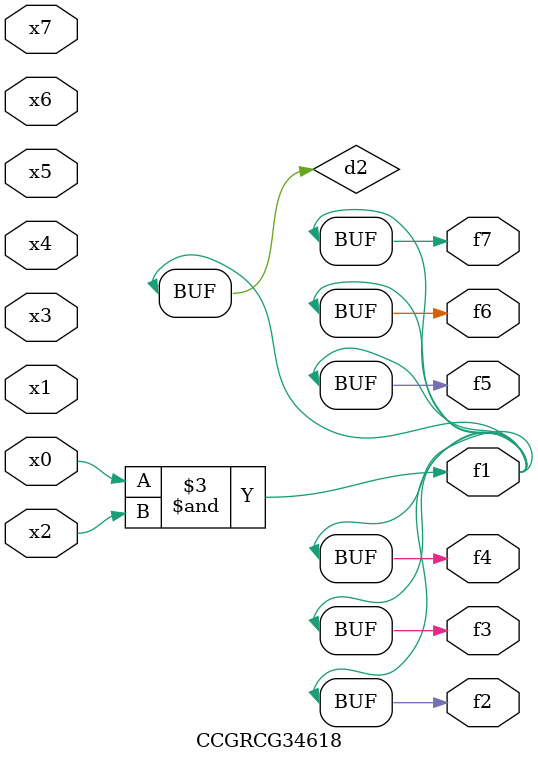
<source format=v>
module CCGRCG34618(
	input x0, x1, x2, x3, x4, x5, x6, x7,
	output f1, f2, f3, f4, f5, f6, f7
);

	wire d1, d2;

	nor (d1, x3, x6);
	and (d2, x0, x2);
	assign f1 = d2;
	assign f2 = d2;
	assign f3 = d2;
	assign f4 = d2;
	assign f5 = d2;
	assign f6 = d2;
	assign f7 = d2;
endmodule

</source>
